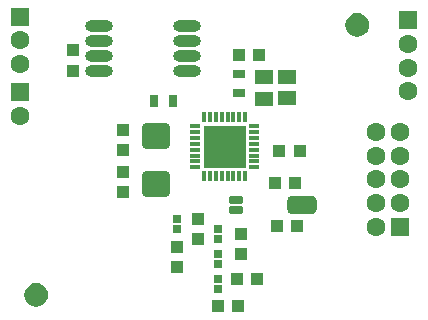
<source format=gts>
G04*
G04 #@! TF.GenerationSoftware,Altium Limited,Altium Designer,18.1.6 (161)*
G04*
G04 Layer_Color=8388736*
%FSLAX24Y24*%
%MOIN*%
G70*
G01*
G75*
%ADD22O,0.0930X0.0375*%
%ADD23C,0.0512*%
%ADD24R,0.0433X0.0394*%
%ADD25R,0.0276X0.0256*%
%ADD26R,0.0394X0.0433*%
G04:AMPARAMS|DCode=27|XSize=47.2mil|YSize=27.6mil|CornerRadius=7.9mil|HoleSize=0mil|Usage=FLASHONLY|Rotation=0.000|XOffset=0mil|YOffset=0mil|HoleType=Round|Shape=RoundedRectangle|*
%AMROUNDEDRECTD27*
21,1,0.0472,0.0118,0,0,0.0*
21,1,0.0315,0.0276,0,0,0.0*
1,1,0.0157,0.0157,-0.0059*
1,1,0.0157,-0.0157,-0.0059*
1,1,0.0157,-0.0157,0.0059*
1,1,0.0157,0.0157,0.0059*
%
%ADD27ROUNDEDRECTD27*%
G04:AMPARAMS|DCode=28|XSize=98.4mil|YSize=63mil|CornerRadius=16.7mil|HoleSize=0mil|Usage=FLASHONLY|Rotation=0.000|XOffset=0mil|YOffset=0mil|HoleType=Round|Shape=RoundedRectangle|*
%AMROUNDEDRECTD28*
21,1,0.0984,0.0295,0,0,0.0*
21,1,0.0650,0.0630,0,0,0.0*
1,1,0.0335,0.0325,-0.0148*
1,1,0.0335,-0.0325,-0.0148*
1,1,0.0335,-0.0325,0.0148*
1,1,0.0335,0.0325,0.0148*
%
%ADD28ROUNDEDRECTD28*%
G04:AMPARAMS|DCode=29|XSize=94.5mil|YSize=86.6mil|CornerRadius=14.4mil|HoleSize=0mil|Usage=FLASHONLY|Rotation=180.000|XOffset=0mil|YOffset=0mil|HoleType=Round|Shape=RoundedRectangle|*
%AMROUNDEDRECTD29*
21,1,0.0945,0.0579,0,0,180.0*
21,1,0.0657,0.0866,0,0,180.0*
1,1,0.0287,-0.0329,0.0289*
1,1,0.0287,0.0329,0.0289*
1,1,0.0287,0.0329,-0.0289*
1,1,0.0287,-0.0329,-0.0289*
%
%ADD29ROUNDEDRECTD29*%
%ADD30O,0.0374X0.0150*%
%ADD31O,0.0150X0.0374*%
%ADD32R,0.1398X0.1398*%
%ADD33R,0.0591X0.0453*%
%ADD34R,0.0610X0.0492*%
%ADD35R,0.0394X0.0315*%
%ADD36R,0.0315X0.0394*%
%ADD37C,0.0630*%
%ADD38R,0.0630X0.0630*%
%ADD39R,0.0630X0.0630*%
G36*
X27713Y29272D02*
X27727Y29169D01*
X27766Y29073D01*
X27829Y28991D01*
X27912Y28928D01*
X28007Y28888D01*
X28110Y28875D01*
X28213Y28888D01*
X28309Y28928D01*
X28391Y28991D01*
X28454Y29073D01*
X28494Y29169D01*
X28507Y29272D01*
D01*
X28494Y29374D01*
X28454Y29470D01*
X28391Y29552D01*
X28309Y29616D01*
X28213Y29655D01*
X28110Y29669D01*
X28007Y29655D01*
X27912Y29616D01*
X27829Y29552D01*
X27766Y29470D01*
X27727Y29374D01*
X27713Y29272D01*
D01*
D02*
G37*
G36*
X38416Y38270D02*
X38429Y38167D01*
X38469Y38072D01*
X38532Y37989D01*
X38614Y37926D01*
X38710Y37887D01*
X38813Y37873D01*
X38916Y37887D01*
X39011Y37926D01*
X39094Y37989D01*
X39157Y38072D01*
X39196Y38167D01*
X39210Y38270D01*
D01*
X39196Y38373D01*
X39157Y38469D01*
X39094Y38551D01*
X39011Y38614D01*
X38916Y38654D01*
X38813Y38667D01*
X38710Y38654D01*
X38614Y38614D01*
X38532Y38551D01*
X38469Y38469D01*
X38429Y38373D01*
X38416Y38270D01*
D01*
D02*
G37*
D22*
X33142Y38236D02*
D03*
Y37236D02*
D03*
Y36736D02*
D03*
X30192Y38236D02*
D03*
Y37236D02*
D03*
Y36736D02*
D03*
X33142Y37736D02*
D03*
X30192D02*
D03*
D23*
X28110Y29272D02*
D03*
X38813Y38270D02*
D03*
D24*
X34843Y28888D02*
D03*
X34173D02*
D03*
X35482Y29793D02*
D03*
X34813D02*
D03*
X36742Y33012D02*
D03*
X36073D02*
D03*
X36801Y31555D02*
D03*
X36132D02*
D03*
X36890Y34055D02*
D03*
X36220D02*
D03*
X34882Y37274D02*
D03*
X35551D02*
D03*
D25*
X34173Y29469D02*
D03*
Y29803D02*
D03*
Y30315D02*
D03*
Y30650D02*
D03*
Y31142D02*
D03*
Y31476D02*
D03*
X32815Y31811D02*
D03*
Y31476D02*
D03*
D26*
X33504Y31142D02*
D03*
Y31811D02*
D03*
X34931Y30630D02*
D03*
Y31299D02*
D03*
X32815Y30856D02*
D03*
Y30187D02*
D03*
X31015Y33356D02*
D03*
Y32687D02*
D03*
X31014Y34114D02*
D03*
Y34783D02*
D03*
X29331Y37421D02*
D03*
Y36752D02*
D03*
D27*
X34783Y32096D02*
D03*
Y32451D02*
D03*
D28*
X36969Y32274D02*
D03*
D29*
X32096Y34557D02*
D03*
Y32982D02*
D03*
D30*
X33415Y33524D02*
D03*
Y33720D02*
D03*
Y33917D02*
D03*
Y34114D02*
D03*
Y34311D02*
D03*
Y34508D02*
D03*
Y34705D02*
D03*
Y34902D02*
D03*
X35364D02*
D03*
Y34705D02*
D03*
Y34508D02*
D03*
Y34311D02*
D03*
Y34114D02*
D03*
Y33917D02*
D03*
Y33720D02*
D03*
Y33524D02*
D03*
D31*
X33701Y35187D02*
D03*
X33898D02*
D03*
X34094D02*
D03*
X34291D02*
D03*
X34488D02*
D03*
X34685D02*
D03*
X34882D02*
D03*
X35079D02*
D03*
Y33238D02*
D03*
X34882D02*
D03*
X34685D02*
D03*
X34488D02*
D03*
X34291D02*
D03*
X34094D02*
D03*
X33898D02*
D03*
X33701D02*
D03*
D32*
X34390Y34213D02*
D03*
D33*
X35709Y36535D02*
D03*
Y35787D02*
D03*
D34*
X36476Y36535D02*
D03*
Y35827D02*
D03*
D35*
X34882Y36624D02*
D03*
Y36014D02*
D03*
D36*
X32657Y35738D02*
D03*
X32047D02*
D03*
D37*
X40511Y36065D02*
D03*
Y36853D02*
D03*
Y37640D02*
D03*
X27559Y35236D02*
D03*
Y36969D02*
D03*
Y37756D02*
D03*
X40236Y32333D02*
D03*
Y33120D02*
D03*
Y33907D02*
D03*
Y34695D02*
D03*
X39449Y31545D02*
D03*
Y32333D02*
D03*
Y33120D02*
D03*
Y33907D02*
D03*
Y34695D02*
D03*
D38*
X40511Y38428D02*
D03*
X27559Y36024D02*
D03*
Y38543D02*
D03*
D39*
X40236Y31545D02*
D03*
M02*

</source>
